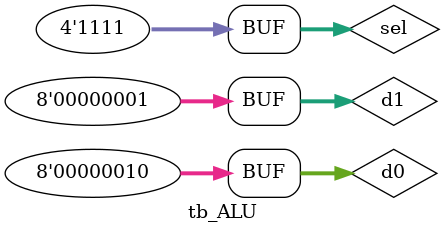
<source format=v>
module tb_ALU;
	reg [7:0]d0;
	reg [7:0]d1;
	reg [3:0]sel;
	wire [8:0]result;

 ALU dut (
 		.result(result),
		.d0(d0),			
		.d1(d1),
		.sel(sel)
		);

	initial
	begin
		d0[7:0]=0;
		d1[7:0]=0;
		sel[3:0]=0;
	#5;
		d0[7:0]=8'b00000011;
		d1[7:0]=8'b00000001;
		sel[3:0]=4'b0000;   	//Addition operation

	#5;
		d0[7:0]=8'b00000011;
		d1[7:0]=8'b00000001;
		sel[3:0]=4'b0001;       //Subtraction operation

	#5;
		d0[7:0]=8'b00000011;
		d1[7:0]=8'b00000011;
		sel[3:0]=4'b0010; 		//Multiplication operation

	#5;
		d0[7:0]=8'b00001000;
		d1[7:0]=8'b00000010;
		sel[3:0]=4'b0011; 		//Division operation

	#5;
		d0[7:0]=8'b00000010;
		d1[7:0]=8'b10100010;
		sel[3:0]=4'b0100;  		//Logical AND operation ===========

	#5;
		d0[7:0]=8'b00000010;
		d1[7:0]=8'b00000010;
		sel[3:0]=4'b0101;	    //Logical OR operation ==================

	#5;
		d0[7:0]=8'b00000010;
		d1[7:0]=8'b00000010;
		sel[3:0]=4'b0110;		//Not of AND operation ==================

	#5;
		d0[7:0]=8'b00000010;
		d1[7:0]=8'b00000010;
		sel[3:0]=4'b0111;		//Not of OR operation  =============
 
	#5;
		d0[7:0]=8'b00000010;
		//d1[7:0]=8'b00000010;
		sel[3:0]=4'b1000;		//Left Shift operation =================

	#5;
		//d0[7:0]=8'b00000010;
		d1[7:0]=8'b00000010;
		sel[3:0]=4'b1001;		//Left Shift operation

	#5;
		d0[7:0]=8'b00000100;
		//d1[7:0]=8'b0;
		sel[3:0]=4'b1010;  		//Right Shift operation

	#5;
		//d0[7:0]=8'b0;
		d1[7:0]=8'b00000100;
		sel[3:0]=4'b1011;		//Right Shift operation

	#5;
		d0[7:0]=8'b00000100;
		//d1[7:0]=8'b0;
		sel[3:0]=4'b1100;		//Logical NOT operatio
	#5;
		d0[7:0]=8'b00000010;
		//d1[7:0]=8'b00000010;
		sel[3:0]=4'b1101;		//ArithmeticRightShiftoperation

	#5;
		d0[7:0]=8'b00000010;
		//d1[7:0]=8'b0;
		sel[3:0]=4'b1110;		//2's compliment

	#5;
		d0[7:0]=8'b00000010;
		d1[7:0]=8'b00000001;
		sel[3:0]=4'b1111;  		//XOR operation

end
endmodule





</source>
